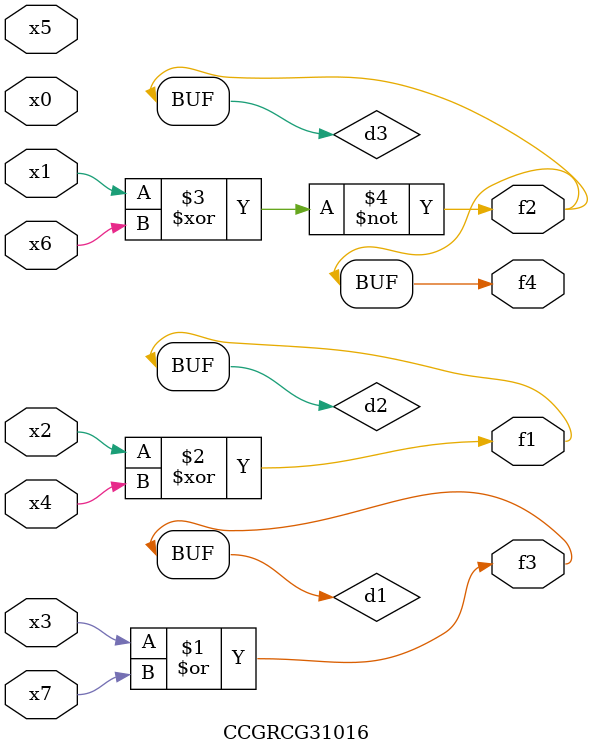
<source format=v>
module CCGRCG31016(
	input x0, x1, x2, x3, x4, x5, x6, x7,
	output f1, f2, f3, f4
);

	wire d1, d2, d3;

	or (d1, x3, x7);
	xor (d2, x2, x4);
	xnor (d3, x1, x6);
	assign f1 = d2;
	assign f2 = d3;
	assign f3 = d1;
	assign f4 = d3;
endmodule

</source>
